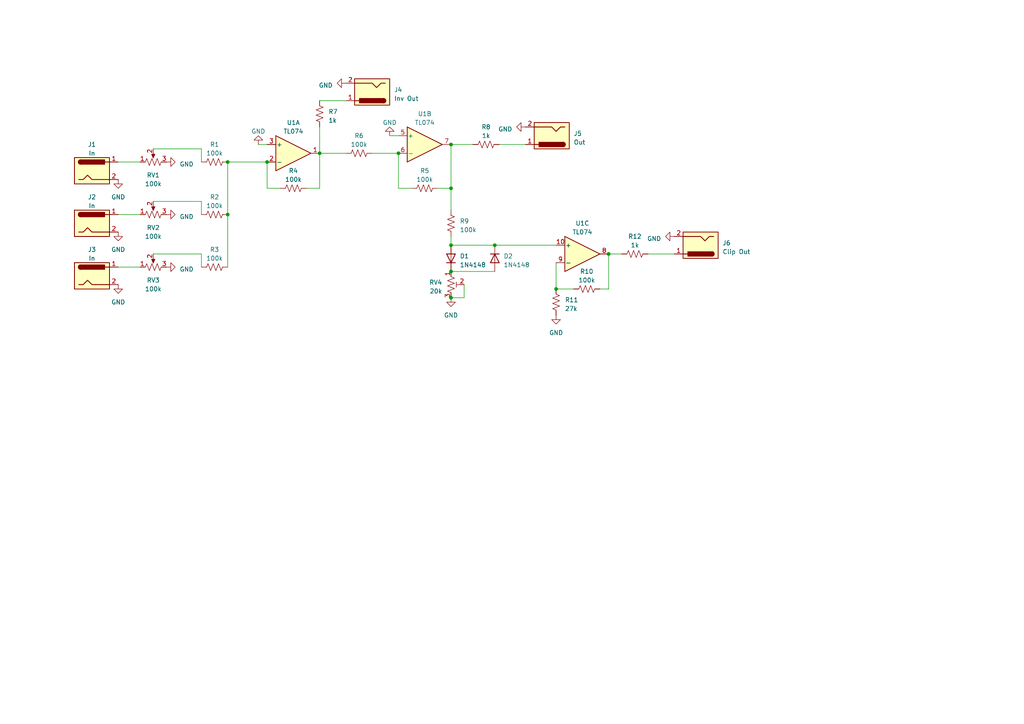
<source format=kicad_sch>
(kicad_sch (version 20230121) (generator eeschema)
  (paper "A4")
  (title_block (title "mixer"))
  (lib_symbols
    (symbol "Amplifier_Operational:TL074" (pin_names (offset 0.127))
      (property "Reference" "U" (at 0 5.08 0))
      (property "Value" "TL074" (at 0 -5.08 0))
      (symbol "TL074_1_1"
        (polyline (pts (xy -5.08 5.08) (xy 5.08 0) (xy -5.08 -5.08) (xy -5.08 5.08)) (stroke (width 0.254)) (fill (type background)))
        (pin output line (at 7.62 0 180) (length 2.54) (name "~") (number "1"))
        (pin input line (at -7.62 -2.54 0) (length 2.54) (name "-") (number "2"))
        (pin input line (at -7.62 2.54 0) (length 2.54) (name "+") (number "3"))
      )
      (symbol "TL074_2_1"
        (polyline (pts (xy -5.08 5.08) (xy 5.08 0) (xy -5.08 -5.08) (xy -5.08 5.08)) (stroke (width 0.254)) (fill (type background)))
        (pin input line (at -7.62 2.54 0) (length 2.54) (name "+") (number "5"))
        (pin input line (at -7.62 -2.54 0) (length 2.54) (name "-") (number "6"))
        (pin output line (at 7.62 0 180) (length 2.54) (name "~") (number "7"))
      )
      (symbol "TL074_3_1"
        (polyline (pts (xy -5.08 5.08) (xy 5.08 0) (xy -5.08 -5.08) (xy -5.08 5.08)) (stroke (width 0.254)) (fill (type background)))
        (pin input line (at -7.62 2.54 0) (length 2.54) (name "+") (number "10"))
        (pin output line (at 7.62 0 180) (length 2.54) (name "~") (number "8"))
        (pin input line (at -7.62 -2.54 0) (length 2.54) (name "-") (number "9"))
      )
      (symbol "TL074_4_1"
        (polyline (pts (xy -5.08 5.08) (xy 5.08 0) (xy -5.08 -5.08) (xy -5.08 5.08)) (stroke (width 0.254)) (fill (type background)))
        (pin input line (at -7.62 2.54 0) (length 2.54) (name "+") (number "12"))
        (pin input line (at -7.62 -2.54 0) (length 2.54) (name "-") (number "13"))
        (pin output line (at 7.62 0 180) (length 2.54) (name "~") (number "14"))
      )
      (symbol "TL074_5_1"
        (pin power_in line (at -2.54 -7.62 90) (length 3.81) (name "V-") (number "11"))
        (pin power_in line (at -2.54 7.62 270) (length 3.81) (name "V+") (number "4"))
      )
    )
    (symbol "Connector:Barrel_Jack" (pin_names (offset 1.016))
      (property "Reference" "J" (at 0 5.334 0))
      (property "Value" "Barrel_Jack" (at 0 -5.08 0))
      (symbol "Barrel_Jack_0_1"
        (rectangle (start -5.08 3.81) (end 5.08 -3.81) (stroke (width 0.254)) (fill (type background)))
        (arc (start -3.302 3.175) (mid -3.9343 2.54) (end -3.302 1.905) (stroke (width 0.254)))
        (arc (start -3.302 3.175) (mid -3.9343 2.54) (end -3.302 1.905) (stroke (width 0.254)) (fill (type outline)))
        (polyline (pts (xy 5.08 2.54) (xy 3.81 2.54)) (stroke (width 0.254)))
        (polyline (pts (xy -3.81 -2.54) (xy -2.54 -2.54) (xy -1.27 -1.27) (xy 0 -2.54) (xy 2.54 -2.54) (xy 5.08 -2.54)) (stroke (width 0.254)))
        (rectangle (start 3.683 3.175) (end -3.302 1.905) (stroke (width 0.254)) (fill (type outline)))
      )
      (symbol "Barrel_Jack_1_1"
        (pin passive line (at 7.62 2.54 180) (length 2.54) (name "~") (number "1"))
        (pin passive line (at 7.62 -2.54 180) (length 2.54) (name "~") (number "2"))
      )
    )
    (symbol "Device:R_Potentiometer_Trim_US" (pin_names (offset 1.016) hide)
      (property "Reference" "RV" (at -4.445 0 90))
      (property "Value" "R_Potentiometer_Trim_US" (at -2.54 0 90))
      (symbol "R_Potentiometer_Trim_US_0_1"
        (polyline (pts (xy 0 -2.286) (xy 0 -2.54)))
        (polyline (pts (xy 0 2.286) (xy 0 2.54)))
        (polyline (pts (xy 1.524 0.762) (xy 1.524 -0.762)))
        (polyline (pts (xy 2.54 0) (xy 1.524 0)))
        (polyline (pts (xy 0 -0.762) (xy 1.016 -1.143) (xy 0 -1.524) (xy -1.016 -1.905) (xy 0 -2.286)))
        (polyline (pts (xy 0 0.762) (xy 1.016 0.381) (xy 0 0) (xy -1.016 -0.381) (xy 0 -0.762)))
        (polyline (pts (xy 0 2.286) (xy 1.016 1.905) (xy 0 1.524) (xy -1.016 1.143) (xy 0 0.762)))
      )
      (symbol "R_Potentiometer_Trim_US_1_1"
        (pin passive line (at 0 3.81 270) (length 1.27) (name "1") (number "1"))
        (pin passive line (at 3.81 0 180) (length 1.27) (name "2") (number "2"))
        (pin passive line (at 0 -3.81 90) (length 1.27) (name "3") (number "3"))
      )
    )
    (symbol "Device:R_Potentiometer_US" (pin_names (offset 1.016) hide)
      (property "Reference" "RV" (at -4.445 0 90))
      (property "Value" "R_Potentiometer_US" (at -2.54 0 90))
      (symbol "R_Potentiometer_US_0_1"
        (polyline (pts (xy 0 -2.286) (xy 0 -2.54)))
        (polyline (pts (xy 0 2.54) (xy 0 2.286)))
        (polyline (pts (xy 2.54 0) (xy 1.524 0)))
        (polyline (pts (xy 1.143 0) (xy 2.286 0.508) (xy 2.286 -0.508) (xy 1.143 0)) (fill (type outline)))
        (polyline (pts (xy 0 -0.762) (xy 1.016 -1.143) (xy 0 -1.524) (xy -1.016 -1.905) (xy 0 -2.286)))
        (polyline (pts (xy 0 0.762) (xy 1.016 0.381) (xy 0 0) (xy -1.016 -0.381) (xy 0 -0.762)))
        (polyline (pts (xy 0 2.286) (xy 1.016 1.905) (xy 0 1.524) (xy -1.016 1.143) (xy 0 0.762)))
      )
      (symbol "R_Potentiometer_US_1_1"
        (pin passive line (at 0 3.81 270) (length 1.27) (name "1") (number "1"))
        (pin passive line (at 3.81 0 180) (length 1.27) (name "2") (number "2"))
        (pin passive line (at 0 -3.81 90) (length 1.27) (name "3") (number "3"))
      )
    )
    (symbol "Device:R_US" (pin_numbers hide) (pin_names (offset 0))
      (property "Reference" "R" (at 2.54 0 90))
      (property "Value" "R_US" (at -2.54 0 90))
      (symbol "R_US_0_1"
        (polyline (pts (xy 0 -2.286) (xy 0 -2.54)))
        (polyline (pts (xy 0 2.286) (xy 0 2.54)))
        (polyline (pts (xy 0 -0.762) (xy 1.016 -1.143) (xy 0 -1.524) (xy -1.016 -1.905) (xy 0 -2.286)))
        (polyline (pts (xy 0 0.762) (xy 1.016 0.381) (xy 0 0) (xy -1.016 -0.381) (xy 0 -0.762)))
        (polyline (pts (xy 0 2.286) (xy 1.016 1.905) (xy 0 1.524) (xy -1.016 1.143) (xy 0 0.762)))
      )
      (symbol "R_US_1_1"
        (pin passive line (at 0 3.81 270) (length 1.27) (name "~") (number "1"))
        (pin passive line (at 0 -3.81 90) (length 1.27) (name "~") (number "2"))
      )
    )
    (symbol "Diode:1N4148" (pin_numbers hide) (pin_names hide)
      (property "Reference" "D" (at 0 2.54 0))
      (property "Value" "1N4148" (at 0 -2.54 0))
      (symbol "1N4148_0_1"
        (polyline (pts (xy -1.27 1.27) (xy -1.27 -1.27)) (stroke (width 0.254)))
        (polyline (pts (xy 1.27 0) (xy -1.27 0)))
        (polyline (pts (xy 1.27 1.27) (xy 1.27 -1.27) (xy -1.27 0) (xy 1.27 1.27)) (stroke (width 0.254)))
      )
      (symbol "1N4148_1_1"
        (pin passive line (at -3.81 0 0) (length 2.54) (name "K") (number "1"))
        (pin passive line (at 3.81 0 180) (length 2.54) (name "A") (number "2"))
      )
    )
    (symbol "power:GND" (power) (pin_names (offset 0))
      (property "Value" "GND" (at 0 -3.81 0))
      (symbol "GND_0_1"
        (polyline (pts (xy 0 0) (xy 0 -1.27) (xy 1.27 -1.27) (xy 0 -2.54) (xy -1.27 -1.27) (xy 0 -1.27)))
      )
      (symbol "GND_1_1"
        (pin power_in line (at 0 0 270) (length 0) hide (name "GND") (number "1"))
      )
    )
  )
  (junction (at 77.47 46.99))
  (junction (at 161.29 83.82))
  (junction (at 92.71 44.45))
  (junction (at 176.53 73.66))
  (junction (at 66.04 46.99))
  (junction (at 130.81 41.91))
  (junction (at 130.81 86.36))
  (junction (at 143.51 71.12))
  (junction (at 115.57 44.45))
  (junction (at 66.04 62.23))
  (junction (at 130.81 71.12))
  (junction (at 130.81 78.74))
  (junction (at 130.81 54.61))
  (wire (pts (xy 58.42 58.42) (xy 44.45 58.42)))
  (wire (pts (xy 92.71 44.45) (xy 100.33 44.45)))
  (wire (pts (xy 144.78 41.91) (xy 152.4 41.91)))
  (wire (pts (xy 130.81 41.91) (xy 137.16 41.91)))
  (wire (pts (xy 92.71 54.61) (xy 92.71 44.45)))
  (wire (pts (xy 134.62 82.55) (xy 134.62 86.36)))
  (wire (pts (xy 115.57 54.61) (xy 119.38 54.61)))
  (wire (pts (xy 77.47 54.61) (xy 81.28 54.61)))
  (wire (pts (xy 58.42 43.18) (xy 44.45 43.18)))
  (wire (pts (xy 143.51 71.12) (xy 161.29 71.12)))
  (wire (pts (xy 130.81 78.74) (xy 143.51 78.74)))
  (wire (pts (xy 176.53 73.66) (xy 180.34 73.66)))
  (wire (pts (xy 34.29 62.23) (xy 40.64 62.23)))
  (wire (pts (xy 58.42 46.99) (xy 58.42 43.18)))
  (wire (pts (xy 88.9 54.61) (xy 92.71 54.61)))
  (wire (pts (xy 107.95 44.45) (xy 115.57 44.45)))
  (wire (pts (xy 92.71 29.21) (xy 100.33 29.21)))
  (wire (pts (xy 143.51 71.12) (xy 130.81 71.12)))
  (wire (pts (xy 127 54.61) (xy 130.81 54.61)))
  (wire (pts (xy 66.04 62.23) (xy 66.04 77.47)))
  (wire (pts (xy 77.47 46.99) (xy 77.47 54.61)))
  (wire (pts (xy 34.29 77.47) (xy 40.64 77.47)))
  (wire (pts (xy 58.42 77.47) (xy 58.42 73.66)))
  (wire (pts (xy 130.81 54.61) (xy 130.81 60.96)))
  (wire (pts (xy 66.04 46.99) (xy 77.47 46.99)))
  (wire (pts (xy 161.29 76.2) (xy 161.29 83.82)))
  (wire (pts (xy 113.03 39.37) (xy 115.57 39.37)))
  (wire (pts (xy 130.81 68.58) (xy 130.81 71.12)))
  (wire (pts (xy 58.42 62.23) (xy 58.42 58.42)))
  (wire (pts (xy 115.57 44.45) (xy 115.57 54.61)))
  (wire (pts (xy 176.53 83.82) (xy 176.53 73.66)))
  (wire (pts (xy 161.29 83.82) (xy 166.37 83.82)))
  (wire (pts (xy 74.93 41.91) (xy 77.47 41.91)))
  (wire (pts (xy 34.29 46.99) (xy 40.64 46.99)))
  (wire (pts (xy 187.96 73.66) (xy 195.58 73.66)))
  (wire (pts (xy 173.99 83.82) (xy 176.53 83.82)))
  (wire (pts (xy 134.62 86.36) (xy 130.81 86.36)))
  (wire (pts (xy 58.42 73.66) (xy 44.45 73.66)))
  (wire (pts (xy 92.71 36.83) (xy 92.71 44.45)))
  (wire (pts (xy 130.81 54.61) (xy 130.81 41.91)))
  (wire (pts (xy 66.04 46.99) (xy 66.04 62.23)))
  (symbol (lib_id "Device:R_US") (at 62.23 62.23 90) (unit 1)
    (property "Reference" "R2" (at 62.23 57.15 90))
    (property "Value" "100k" (at 62.23 59.69 90))
  )
  (symbol (lib_id "Device:R_US") (at 170.18 83.82 90) (unit 1)
    (property "Reference" "R10" (at 170.18 78.74 90))
    (property "Value" "100k" (at 170.18 81.28 90))
  )
  (symbol (lib_id "Device:R_US") (at 62.23 46.99 90) (unit 1)
    (property "Reference" "R1" (at 62.23 41.91 90))
    (property "Value" "100k" (at 62.23 44.45 90))
  )
  (symbol (lib_id "Device:R_Potentiometer_US") (at 44.45 46.99 90) (unit 1)
    (property "Reference" "RV1" (at 44.45 50.8 90))
    (property "Value" "100k" (at 44.45 53.34 90))
  )
  (symbol (lib_id "Amplifier_Operational:TL074") (at 123.19 41.91 0) (unit 2)
    (property "Reference" "U1" (at 123.19 33.02 0))
    (property "Value" "TL074" (at 123.19 35.56 0))
    (property "Datasheet" "http://www.ti.com/lit/ds/symlink/tl071.pdf" (effects hide))
  )
  (symbol (lib_id "Device:R_US") (at 130.81 64.77 0) (unit 1)
    (property "Reference" "R9" (at 133.35 64.135 0) (effects (justify left)))
    (property "Value" "100k" (at 133.35 66.675 0) (effects (justify left)))
  )
  (symbol (lib_id "Device:R_US") (at 85.09 54.61 270) (unit 1)
    (property "Reference" "R4" (at 85.09 49.53 90))
    (property "Value" "100k" (at 85.09 52.07 90))
  )
  (symbol (lib_id "Device:R_US") (at 92.71 33.02 0) (unit 1)
    (property "Reference" "R7" (at 95.25 32.385 0) (effects (justify left)))
    (property "Value" "1k" (at 95.25 34.925 0) (effects (justify left)))
  )
  (symbol (lib_id "Device:R_Potentiometer_US") (at 44.45 62.23 90) (unit 1)
    (property "Reference" "RV2" (at 44.45 66.04 90))
    (property "Value" "100k" (at 44.45 68.58 90))
  )
  (symbol (lib_id "power:GND") (at 48.26 46.99 90) (unit 1)
    (property "Reference" "#PWR01" (effects hide))
    (property "Value" "GND" (at 52.07 47.625 90) (effects (justify right)))
  )
  (symbol (lib_id "Connector:Barrel_Jack") (at 26.67 64.77 0) (unit 1)
    (property "Reference" "J2" (at 26.67 57.15 0))
    (property "Value" "In" (at 26.67 59.69 0))
  )
  (symbol (lib_id "Connector:Barrel_Jack") (at 203.2 71.12 180) (unit 1)
    (property "Reference" "J6" (at 209.55 70.485 0) (effects (justify right)))
    (property "Value" "Clip Out" (at 209.55 73.025 0) (effects (justify right)))
  )
  (symbol (lib_id "Device:R_US") (at 62.23 77.47 90) (unit 1)
    (property "Reference" "R3" (at 62.23 72.39 90))
    (property "Value" "100k" (at 62.23 74.93 90))
  )
  (symbol (lib_id "Device:R_US") (at 123.19 54.61 90) (unit 1)
    (property "Reference" "R5" (at 123.19 49.53 90))
    (property "Value" "100k" (at 123.19 52.07 90))
  )
  (symbol (lib_id "Device:R_US") (at 104.14 44.45 90) (unit 1)
    (property "Reference" "R6" (at 104.14 39.37 90))
    (property "Value" "100k" (at 104.14 41.91 90))
  )
  (symbol (lib_id "Device:R_Potentiometer_US") (at 44.45 77.47 90) (unit 1)
    (property "Reference" "RV3" (at 44.45 81.28 90))
    (property "Value" "100k" (at 44.45 83.82 90))
  )
  (symbol (lib_id "power:GND") (at 130.81 86.36 0) (unit 1)
    (property "Reference" "#PWR011" (effects hide))
    (property "Value" "GND" (at 130.81 91.44 0))
  )
  (symbol (lib_id "Amplifier_Operational:TL074") (at 168.91 73.66 0) (unit 3)
    (property "Reference" "U1" (at 168.91 64.77 0))
    (property "Value" "TL074" (at 168.91 67.31 0))
    (property "Datasheet" "http://www.ti.com/lit/ds/symlink/tl071.pdf" (effects hide))
  )
  (symbol (lib_id "Connector:Barrel_Jack") (at 26.67 49.53 0) (unit 1)
    (property "Reference" "J1" (at 26.67 41.91 0))
    (property "Value" "In" (at 26.67 44.45 0))
  )
  (symbol (lib_id "power:GND") (at 100.33 24.13 270) (unit 1)
    (property "Reference" "#PWR09" (effects hide))
    (property "Value" "GND" (at 96.52 24.765 90) (effects (justify right)))
  )
  (symbol (lib_id "power:GND") (at 152.4 36.83 270) (unit 1)
    (property "Reference" "#PWR010" (effects hide))
    (property "Value" "GND" (at 148.59 37.465 90) (effects (justify right)))
  )
  (symbol (lib_id "power:GND") (at 74.93 41.91 180) (unit 1)
    (property "Reference" "#PWR07" (effects hide))
    (property "Value" "GND" (at 74.93 38.1 0))
  )
  (symbol (lib_id "Amplifier_Operational:TL074") (at 85.09 44.45 0) (unit 1)
    (property "Reference" "U1" (at 85.09 35.56 0))
    (property "Value" "TL074" (at 85.09 38.1 0))
    (property "Datasheet" "http://www.ti.com/lit/ds/symlink/tl071.pdf" (effects hide))
  )
  (symbol (lib_id "Diode:1N4148") (at 130.81 74.93 90) (unit 1)
    (property "Reference" "D1" (at 133.35 74.295 90) (effects (justify right)))
    (property "Value" "1N4148" (at 133.35 76.835 90) (effects (justify right)))
    (property "Footprint" "Diode_THT:D_DO-35_SOD27_P7.62mm_Horizontal" (effects hide))
    (property "Datasheet" "https://assets.nexperia.com/documents/data-sheet/1N4148_1N4448.pdf" (effects hide))
    (property "Sim.Device" "D" (effects hide))
    (property "Sim.Pins" "1=K 2=A" (effects hide))
  )
  (symbol (lib_id "Device:R_Potentiometer_Trim_US") (at 130.81 82.55 0) (unit 1)
    (property "Reference" "RV4" (at 128.27 81.915 0) (effects (justify right)))
    (property "Value" "20k" (at 128.27 84.455 0) (effects (justify right)))
  )
  (symbol (lib_id "power:GND") (at 48.26 77.47 90) (unit 1)
    (property "Reference" "#PWR06" (effects hide))
    (property "Value" "GND" (at 52.07 78.105 90) (effects (justify right)))
  )
  (symbol (lib_id "power:GND") (at 113.03 39.37 180) (unit 1)
    (property "Reference" "#PWR08" (effects hide))
    (property "Value" "GND" (at 113.03 35.56 0))
  )
  (symbol (lib_id "Connector:Barrel_Jack") (at 160.02 39.37 180) (unit 1)
    (property "Reference" "J5" (at 166.37 38.735 0) (effects (justify right)))
    (property "Value" "Out" (at 166.37 41.275 0) (effects (justify right)))
  )
  (symbol (lib_id "power:GND") (at 48.26 62.23 90) (unit 1)
    (property "Reference" "#PWR04" (effects hide))
    (property "Value" "GND" (at 52.07 62.865 90) (effects (justify right)))
  )
  (symbol (lib_id "power:GND") (at 161.29 91.44 0) (unit 1)
    (property "Reference" "#PWR012" (effects hide))
    (property "Value" "GND" (at 161.29 96.52 0))
  )
  (symbol (lib_id "Connector:Barrel_Jack") (at 26.67 80.01 0) (unit 1)
    (property "Reference" "J3" (at 26.67 72.39 0))
    (property "Value" "In" (at 26.67 74.93 0))
  )
  (symbol (lib_id "Diode:1N4148") (at 143.51 74.93 270) (unit 1)
    (property "Reference" "D2" (at 146.05 74.295 90) (effects (justify left)))
    (property "Value" "1N4148" (at 146.05 76.835 90) (effects (justify left)))
    (property "Footprint" "Diode_THT:D_DO-35_SOD27_P7.62mm_Horizontal" (effects hide))
    (property "Datasheet" "https://assets.nexperia.com/documents/data-sheet/1N4148_1N4448.pdf" (effects hide))
    (property "Sim.Device" "D" (effects hide))
    (property "Sim.Pins" "1=K 2=A" (effects hide))
  )
  (symbol (lib_id "Connector:Barrel_Jack") (at 107.95 26.67 180) (unit 1)
    (property "Reference" "J4" (at 114.3 26.035 0) (effects (justify right)))
    (property "Value" "Inv Out" (at 114.3 28.575 0) (effects (justify right)))
  )
  (symbol (lib_id "power:GND") (at 195.58 68.58 270) (unit 1)
    (property "Reference" "#PWR013" (effects hide))
    (property "Value" "GND" (at 191.77 69.215 90) (effects (justify right)))
  )
  (symbol (lib_id "power:GND") (at 34.29 67.31 0) (unit 1)
    (property "Reference" "#PWR03" (effects hide))
    (property "Value" "GND" (at 34.29 72.39 0))
  )
  (symbol (lib_id "power:GND") (at 34.29 82.55 0) (unit 1)
    (property "Reference" "#PWR05" (effects hide))
    (property "Value" "GND" (at 34.29 87.63 0))
  )
  (symbol (lib_id "power:GND") (at 34.29 52.07 0) (unit 1)
    (property "Reference" "#PWR02" (effects hide))
    (property "Value" "GND" (at 34.29 57.15 0))
  )
  (symbol (lib_id "Device:R_US") (at 184.15 73.66 90) (unit 1)
    (property "Reference" "R12" (at 184.15 68.58 90))
    (property "Value" "1k" (at 184.15 71.12 90))
  )
  (symbol (lib_id "Device:R_US") (at 161.29 87.63 0) (unit 1)
    (property "Reference" "R11" (at 163.83 86.995 0) (effects (justify left)))
    (property "Value" "27k" (at 163.83 89.535 0) (effects (justify left)))
  )
  (symbol (lib_id "Device:R_US") (at 140.97 41.91 90) (unit 1)
    (property "Reference" "R8" (at 140.97 36.83 90))
    (property "Value" "1k" (at 140.97 39.37 90))
  )
)
</source>
